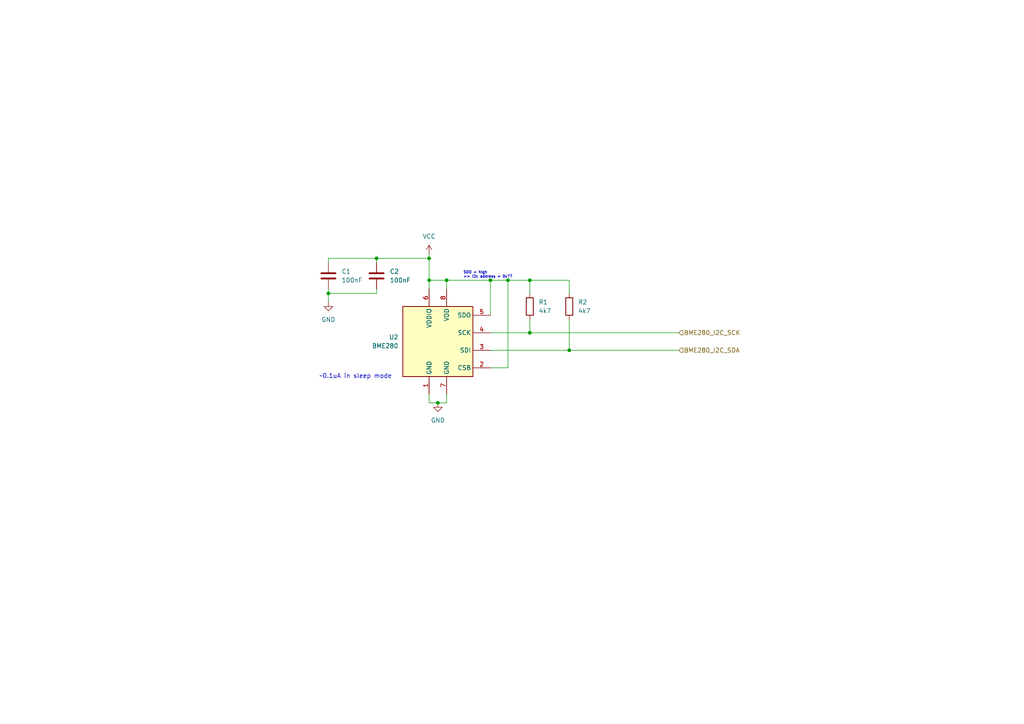
<source format=kicad_sch>
(kicad_sch (version 20231120) (generator "eeschema") (generator_version "8.0")
  (paper "A4")
  (lib_symbols
    (symbol "Device:C" (pin_numbers hide) (pin_names (offset 0.254))
      (property "Reference" "C" (at 0.635 2.54 0))
      (property "Value" "C" (at 0.635 -2.54 0))
      (symbol "C_0_1"
        (polyline (pts (xy -2.032 -0.762) (xy 2.032 -0.762)) (stroke (width 0.508)))
        (polyline (pts (xy -2.032 0.762) (xy 2.032 0.762)) (stroke (width 0.508)))
      )
      (symbol "C_1_1"
        (pin passive line (at 0 3.81 270) (length 2.794) (name "~") (number "1"))
        (pin passive line (at 0 -3.81 90) (length 2.794) (name "~") (number "2"))
      )
    )
    (symbol "Device:R" (pin_numbers hide) (pin_names (offset 0))
      (property "Reference" "R" (at 2.032 0 90))
      (property "Value" "R" (at 0 0 90))
      (symbol "R_0_1"
        (rectangle (start -1.016 -2.54) (end 1.016 2.54) (stroke (width 0.254)))
      )
      (symbol "R_1_1"
        (pin passive line (at 0 3.81 270) (length 1.27) (name "~") (number "1"))
        (pin passive line (at 0 -3.81 90) (length 1.27) (name "~") (number "2"))
      )
    )
    (symbol "Sensor:BME280"
      (property "Reference" "U" (at -8.89 11.43 0))
      (property "Value" "BME280" (at 7.62 11.43 0))
      (symbol "BME280_0_1"
        (rectangle (start -10.16 10.16) (end 10.16 -10.16) (stroke (width 0.254)) (fill (type background)))
      )
      (symbol "BME280_1_1"
        (pin power_in line (at -2.54 -15.24 90) (length 5.08) (name "GND") (number "1"))
        (pin input line (at 15.24 -7.62 180) (length 5.08) (name "CSB") (number "2"))
        (pin bidirectional line (at 15.24 -2.54 180) (length 5.08) (name "SDI") (number "3"))
        (pin input line (at 15.24 2.54 180) (length 5.08) (name "SCK") (number "4"))
        (pin bidirectional line (at 15.24 7.62 180) (length 5.08) (name "SDO") (number "5"))
        (pin power_in line (at -2.54 15.24 270) (length 5.08) (name "VDDIO") (number "6"))
        (pin power_in line (at 2.54 -15.24 90) (length 5.08) (name "GND") (number "7"))
        (pin power_in line (at 2.54 15.24 270) (length 5.08) (name "VDD") (number "8"))
      )
    )
    (symbol "power:GND" (power) (pin_numbers hide) (pin_names (offset 0) hide)
      (property "Value" "GND" (at 0 -3.81 0))
      (symbol "GND_0_1"
        (polyline (pts (xy 0 0) (xy 0 -1.27) (xy 1.27 -1.27) (xy 0 -2.54) (xy -1.27 -1.27) (xy 0 -1.27)))
      )
      (symbol "GND_1_1"
        (pin power_in line (at 0 0 270) (length 0) (name "~") (number "1"))
      )
    )
    (symbol "power:VCC" (power) (pin_numbers hide) (pin_names (offset 0) hide)
      (property "Value" "VCC" (at 0 3.556 0))
      (symbol "VCC_0_1"
        (polyline (pts (xy -0.762 1.27) (xy 0 2.54)))
        (polyline (pts (xy 0 0) (xy 0 2.54)))
        (polyline (pts (xy 0 2.54) (xy 0.762 1.27)))
      )
      (symbol "VCC_1_1"
        (pin power_in line (at 0 0 90) (length 0) (name "~") (number "1"))
      )
    )
  )
  (junction (at 129.54 81.28))
  (junction (at 142.24 81.28))
  (junction (at 124.46 74.93))
  (junction (at 153.67 96.52))
  (junction (at 124.46 81.28))
  (junction (at 165.1 101.6))
  (junction (at 109.22 74.93))
  (junction (at 95.25 85.09))
  (junction (at 127 116.84))
  (junction (at 147.32 81.28))
  (junction (at 153.67 81.28))
  (wire (pts (xy 147.32 81.28) (xy 153.67 81.28)))
  (wire (pts (xy 142.24 81.28) (xy 142.24 91.44)))
  (wire (pts (xy 165.1 92.71) (xy 165.1 101.6)))
  (wire (pts (xy 142.24 81.28) (xy 147.32 81.28)))
  (wire (pts (xy 147.32 106.68) (xy 142.24 106.68)))
  (wire (pts (xy 127 116.84) (xy 129.54 116.84)))
  (wire (pts (xy 153.67 81.28) (xy 165.1 81.28)))
  (wire (pts (xy 147.32 81.28) (xy 147.32 106.68)))
  (wire (pts (xy 124.46 114.3) (xy 124.46 116.84)))
  (wire (pts (xy 109.22 85.09) (xy 109.22 83.82)))
  (wire (pts (xy 165.1 81.28) (xy 165.1 85.09)))
  (wire (pts (xy 124.46 81.28) (xy 129.54 81.28)))
  (wire (pts (xy 124.46 116.84) (xy 127 116.84)))
  (wire (pts (xy 124.46 73.66) (xy 124.46 74.93)))
  (wire (pts (xy 142.24 101.6) (xy 165.1 101.6)))
  (wire (pts (xy 165.1 101.6) (xy 196.85 101.6)))
  (wire (pts (xy 95.25 74.93) (xy 109.22 74.93)))
  (wire (pts (xy 95.25 74.93) (xy 95.25 76.2)))
  (wire (pts (xy 109.22 76.2) (xy 109.22 74.93)))
  (wire (pts (xy 129.54 116.84) (xy 129.54 114.3)))
  (wire (pts (xy 153.67 96.52) (xy 196.85 96.52)))
  (wire (pts (xy 124.46 74.93) (xy 124.46 81.28)))
  (wire (pts (xy 153.67 96.52) (xy 153.67 92.71)))
  (wire (pts (xy 109.22 74.93) (xy 124.46 74.93)))
  (wire (pts (xy 129.54 81.28) (xy 129.54 83.82)))
  (wire (pts (xy 95.25 85.09) (xy 109.22 85.09)))
  (wire (pts (xy 95.25 85.09) (xy 95.25 87.63)))
  (wire (pts (xy 142.24 81.28) (xy 129.54 81.28)))
  (wire (pts (xy 95.25 83.82) (xy 95.25 85.09)))
  (wire (pts (xy 153.67 81.28) (xy 153.67 85.09)))
  (wire (pts (xy 142.24 96.52) (xy 153.67 96.52)))
  (wire (pts (xy 124.46 83.82) (xy 124.46 81.28)))
  (text "SDO = high\n=> i2c address = 0x77" (at 134.366 79.756 0) (effects (font (size 0.762 0.762)) (justify left)))
  (text "~0.1uA in sleep mode\n" (at 103.124 109.22 0) (effects (font (size 1.27 1.27))))
  (hierarchical_label "BME280_I2C_SCK" (shape input) (at 196.85 96.52 0))
  (hierarchical_label "BME280_I2C_SDA" (shape input) (at 196.85 101.6 0))
  (symbol (lib_id "Device:C") (at 95.25 80.01 0) (unit 1)
    (property "Reference" "C1" (at 99.06 78.7399 0) (effects (justify left)))
    (property "Value" "100nF" (at 99.06 81.2799 0) (effects (justify left)))
    (property "Footprint" "Capacitor_SMD:C_0603_1608Metric" (effects (hide yes)))
    (property "Description" "Unpolarized capacitor" (effects (hide yes)))
  )
  (symbol (lib_id "Device:R") (at 165.1 88.9 0) (unit 1)
    (property "Reference" "R2" (at 167.64 87.6299 0) (effects (justify left)))
    (property "Value" "4k7" (at 167.64 90.1699 0) (effects (justify left)))
    (property "Footprint" "Resistor_SMD:R_0402_1005Metric" (effects (hide yes)))
    (property "Description" "Resistor" (effects (hide yes)))
  )
  (symbol (lib_id "power:GND") (at 95.25 87.63 0) (unit 1)
    (property "Reference" "#PWR3" (effects (hide yes)))
    (property "Value" "GND" (at 95.25 92.71 0))
    (property "Description" "Power symbol creates a global label with name \"GND\" , ground" (effects (hide yes)))
  )
  (symbol (lib_id "Device:C") (at 109.22 80.01 0) (unit 1)
    (property "Reference" "C2" (at 113.03 78.7399 0) (effects (justify left)))
    (property "Value" "100nF" (at 113.03 81.2799 0) (effects (justify left)))
    (property "Footprint" "Capacitor_SMD:C_0603_1608Metric" (effects (hide yes)))
    (property "Description" "Unpolarized capacitor" (effects (hide yes)))
  )
  (symbol (lib_id "Sensor:BME280") (at 127 99.06 0) (unit 1)
    (property "Reference" "U2" (at 115.57 97.7899 0) (effects (justify right)))
    (property "Value" "BME280" (at 115.57 100.3299 0) (effects (justify right)))
    (property "Footprint" "Package_LGA:Bosch_LGA-8_2.5x2.5mm_P0.65mm_ClockwisePinNumbering" (effects (hide yes)))
    (property "Datasheet" "https://www.bosch-sensortec.com/media/boschsensortec/downloads/datasheets/bst-bme280-ds002.pdf" (effects (hide yes)))
    (property "Description" "3-in-1 sensor, humidity, pressure, temperature, I2C and SPI interface, 1.71-3.6V, LGA-8" (effects (hide yes)))
  )
  (symbol (lib_id "Device:R") (at 153.67 88.9 0) (unit 1)
    (property "Reference" "R1" (at 156.21 87.6299 0) (effects (justify left)))
    (property "Value" "4k7" (at 156.21 90.1699 0) (effects (justify left)))
    (property "Footprint" "Resistor_SMD:R_0402_1005Metric" (effects (hide yes)))
    (property "Description" "Resistor" (effects (hide yes)))
  )
  (symbol (lib_id "power:GND") (at 127 116.84 0) (unit 1)
    (property "Reference" "#PWR5" (effects (hide yes)))
    (property "Value" "GND" (at 127 121.92 0))
    (property "Description" "Power symbol creates a global label with name \"GND\" , ground" (effects (hide yes)))
  )
  (symbol (lib_id "power:VCC") (at 124.46 73.66 0) (unit 1)
    (property "Reference" "#PWR4" (effects (hide yes)))
    (property "Value" "VCC" (at 124.46 68.58 0))
    (property "Description" "Power symbol creates a global label with name \"VCC\"" (effects (hide yes)))
  )
)
</source>
